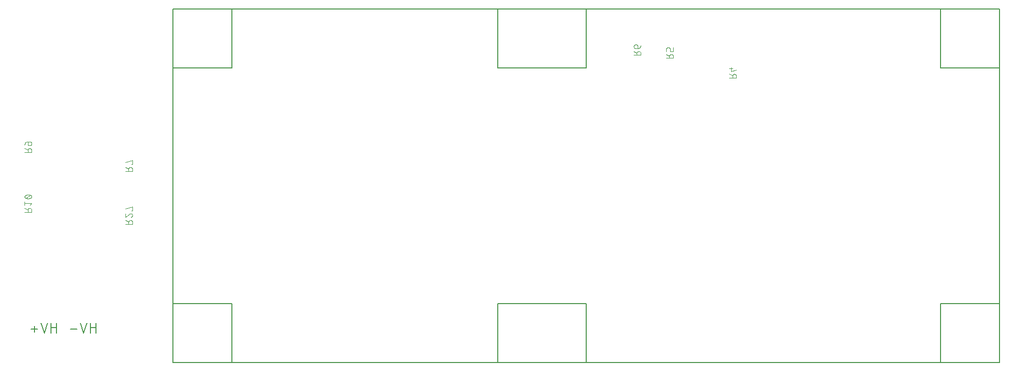
<source format=gbl>
G04 EAGLE Gerber RS-274X export*
G75*
%MOMM*%
%FSLAX34Y34*%
%LPD*%
%INSilkscreen Bottom*%
%IPPOS*%
%AMOC8*
5,1,8,0,0,1.08239X$1,22.5*%
G01*
%ADD10C,0.152400*%
%ADD11C,0.101600*%
%ADD12C,0.127000*%


D10*
X159238Y60762D02*
X159238Y77018D01*
X159238Y69793D02*
X150207Y69793D01*
X150207Y77018D02*
X150207Y60762D01*
X138570Y60762D02*
X143989Y77018D01*
X133152Y77018D02*
X138570Y60762D01*
X127316Y67084D02*
X116478Y67084D01*
X92545Y60762D02*
X92545Y77018D01*
X92545Y69793D02*
X83514Y69793D01*
X83514Y77018D02*
X83514Y60762D01*
X71877Y60762D02*
X77296Y77018D01*
X66458Y77018D02*
X71877Y60762D01*
X60622Y67084D02*
X49785Y67084D01*
X55204Y72502D02*
X55204Y61665D01*
D11*
X1232608Y492995D02*
X1244292Y492995D01*
X1244292Y496240D01*
X1244290Y496353D01*
X1244284Y496466D01*
X1244274Y496579D01*
X1244260Y496692D01*
X1244243Y496804D01*
X1244221Y496915D01*
X1244196Y497025D01*
X1244166Y497135D01*
X1244133Y497243D01*
X1244096Y497350D01*
X1244056Y497456D01*
X1244011Y497560D01*
X1243963Y497663D01*
X1243912Y497764D01*
X1243857Y497863D01*
X1243799Y497960D01*
X1243737Y498055D01*
X1243672Y498148D01*
X1243604Y498238D01*
X1243533Y498326D01*
X1243458Y498412D01*
X1243381Y498495D01*
X1243301Y498575D01*
X1243218Y498652D01*
X1243132Y498727D01*
X1243044Y498798D01*
X1242954Y498866D01*
X1242861Y498931D01*
X1242766Y498993D01*
X1242669Y499051D01*
X1242570Y499106D01*
X1242469Y499157D01*
X1242366Y499205D01*
X1242262Y499250D01*
X1242156Y499290D01*
X1242049Y499327D01*
X1241941Y499360D01*
X1241831Y499390D01*
X1241721Y499415D01*
X1241610Y499437D01*
X1241498Y499454D01*
X1241385Y499468D01*
X1241272Y499478D01*
X1241159Y499484D01*
X1241046Y499486D01*
X1240933Y499484D01*
X1240820Y499478D01*
X1240707Y499468D01*
X1240594Y499454D01*
X1240482Y499437D01*
X1240371Y499415D01*
X1240261Y499390D01*
X1240151Y499360D01*
X1240043Y499327D01*
X1239936Y499290D01*
X1239830Y499250D01*
X1239726Y499205D01*
X1239623Y499157D01*
X1239522Y499106D01*
X1239423Y499051D01*
X1239326Y498993D01*
X1239231Y498931D01*
X1239138Y498866D01*
X1239048Y498798D01*
X1238960Y498727D01*
X1238874Y498652D01*
X1238791Y498575D01*
X1238711Y498495D01*
X1238634Y498412D01*
X1238559Y498326D01*
X1238488Y498238D01*
X1238420Y498148D01*
X1238355Y498055D01*
X1238293Y497960D01*
X1238235Y497863D01*
X1238180Y497764D01*
X1238129Y497663D01*
X1238081Y497560D01*
X1238036Y497456D01*
X1237996Y497350D01*
X1237959Y497243D01*
X1237926Y497135D01*
X1237896Y497025D01*
X1237871Y496915D01*
X1237849Y496804D01*
X1237832Y496692D01*
X1237818Y496579D01*
X1237808Y496466D01*
X1237802Y496353D01*
X1237800Y496240D01*
X1237801Y496240D02*
X1237801Y492995D01*
X1237801Y496889D02*
X1232608Y499486D01*
X1235204Y504351D02*
X1244292Y506947D01*
X1235204Y504351D02*
X1235204Y510842D01*
X1237801Y508895D02*
X1232608Y508895D01*
X1137392Y526658D02*
X1125708Y526658D01*
X1137392Y526658D02*
X1137392Y529904D01*
X1137390Y530017D01*
X1137384Y530130D01*
X1137374Y530243D01*
X1137360Y530356D01*
X1137343Y530468D01*
X1137321Y530579D01*
X1137296Y530689D01*
X1137266Y530799D01*
X1137233Y530907D01*
X1137196Y531014D01*
X1137156Y531120D01*
X1137111Y531224D01*
X1137063Y531327D01*
X1137012Y531428D01*
X1136957Y531527D01*
X1136899Y531624D01*
X1136837Y531719D01*
X1136772Y531812D01*
X1136704Y531902D01*
X1136633Y531990D01*
X1136558Y532076D01*
X1136481Y532159D01*
X1136401Y532239D01*
X1136318Y532316D01*
X1136232Y532391D01*
X1136144Y532462D01*
X1136054Y532530D01*
X1135961Y532595D01*
X1135866Y532657D01*
X1135769Y532715D01*
X1135670Y532770D01*
X1135569Y532821D01*
X1135466Y532869D01*
X1135362Y532914D01*
X1135256Y532954D01*
X1135149Y532991D01*
X1135041Y533024D01*
X1134931Y533054D01*
X1134821Y533079D01*
X1134710Y533101D01*
X1134598Y533118D01*
X1134485Y533132D01*
X1134372Y533142D01*
X1134259Y533148D01*
X1134146Y533150D01*
X1134033Y533148D01*
X1133920Y533142D01*
X1133807Y533132D01*
X1133694Y533118D01*
X1133582Y533101D01*
X1133471Y533079D01*
X1133361Y533054D01*
X1133251Y533024D01*
X1133143Y532991D01*
X1133036Y532954D01*
X1132930Y532914D01*
X1132826Y532869D01*
X1132723Y532821D01*
X1132622Y532770D01*
X1132523Y532715D01*
X1132426Y532657D01*
X1132331Y532595D01*
X1132238Y532530D01*
X1132148Y532462D01*
X1132060Y532391D01*
X1131974Y532316D01*
X1131891Y532239D01*
X1131811Y532159D01*
X1131734Y532076D01*
X1131659Y531990D01*
X1131588Y531902D01*
X1131520Y531812D01*
X1131455Y531719D01*
X1131393Y531624D01*
X1131335Y531527D01*
X1131280Y531428D01*
X1131229Y531327D01*
X1131181Y531224D01*
X1131136Y531120D01*
X1131096Y531014D01*
X1131059Y530907D01*
X1131026Y530799D01*
X1130996Y530689D01*
X1130971Y530579D01*
X1130949Y530468D01*
X1130932Y530356D01*
X1130918Y530243D01*
X1130908Y530130D01*
X1130902Y530017D01*
X1130900Y529904D01*
X1130901Y529904D02*
X1130901Y526658D01*
X1130901Y530553D02*
X1125708Y533149D01*
X1125708Y538014D02*
X1125708Y541909D01*
X1125710Y542008D01*
X1125716Y542108D01*
X1125725Y542207D01*
X1125738Y542305D01*
X1125755Y542403D01*
X1125776Y542501D01*
X1125801Y542597D01*
X1125829Y542692D01*
X1125861Y542786D01*
X1125896Y542879D01*
X1125935Y542971D01*
X1125978Y543061D01*
X1126023Y543149D01*
X1126073Y543236D01*
X1126125Y543320D01*
X1126181Y543403D01*
X1126239Y543483D01*
X1126301Y543561D01*
X1126366Y543636D01*
X1126434Y543709D01*
X1126504Y543779D01*
X1126577Y543847D01*
X1126652Y543912D01*
X1126730Y543974D01*
X1126810Y544032D01*
X1126893Y544088D01*
X1126977Y544140D01*
X1127064Y544190D01*
X1127152Y544235D01*
X1127242Y544278D01*
X1127334Y544317D01*
X1127427Y544352D01*
X1127521Y544384D01*
X1127616Y544412D01*
X1127712Y544437D01*
X1127810Y544458D01*
X1127908Y544475D01*
X1128006Y544488D01*
X1128105Y544497D01*
X1128205Y544503D01*
X1128304Y544505D01*
X1129603Y544505D01*
X1129702Y544503D01*
X1129802Y544497D01*
X1129901Y544488D01*
X1129999Y544475D01*
X1130097Y544458D01*
X1130195Y544437D01*
X1130291Y544412D01*
X1130386Y544384D01*
X1130480Y544352D01*
X1130573Y544317D01*
X1130665Y544278D01*
X1130755Y544235D01*
X1130843Y544190D01*
X1130930Y544140D01*
X1131014Y544088D01*
X1131097Y544032D01*
X1131177Y543974D01*
X1131255Y543912D01*
X1131330Y543847D01*
X1131403Y543779D01*
X1131473Y543709D01*
X1131541Y543636D01*
X1131606Y543561D01*
X1131668Y543483D01*
X1131726Y543403D01*
X1131782Y543320D01*
X1131834Y543236D01*
X1131884Y543149D01*
X1131929Y543061D01*
X1131972Y542971D01*
X1132011Y542879D01*
X1132046Y542786D01*
X1132078Y542692D01*
X1132106Y542597D01*
X1132131Y542501D01*
X1132152Y542403D01*
X1132169Y542305D01*
X1132182Y542207D01*
X1132191Y542108D01*
X1132197Y542008D01*
X1132199Y541909D01*
X1132199Y538014D01*
X1137392Y538014D01*
X1137392Y544505D01*
X1082392Y531658D02*
X1070708Y531658D01*
X1082392Y531658D02*
X1082392Y534904D01*
X1082390Y535017D01*
X1082384Y535130D01*
X1082374Y535243D01*
X1082360Y535356D01*
X1082343Y535468D01*
X1082321Y535579D01*
X1082296Y535689D01*
X1082266Y535799D01*
X1082233Y535907D01*
X1082196Y536014D01*
X1082156Y536120D01*
X1082111Y536224D01*
X1082063Y536327D01*
X1082012Y536428D01*
X1081957Y536527D01*
X1081899Y536624D01*
X1081837Y536719D01*
X1081772Y536812D01*
X1081704Y536902D01*
X1081633Y536990D01*
X1081558Y537076D01*
X1081481Y537159D01*
X1081401Y537239D01*
X1081318Y537316D01*
X1081232Y537391D01*
X1081144Y537462D01*
X1081054Y537530D01*
X1080961Y537595D01*
X1080866Y537657D01*
X1080769Y537715D01*
X1080670Y537770D01*
X1080569Y537821D01*
X1080466Y537869D01*
X1080362Y537914D01*
X1080256Y537954D01*
X1080149Y537991D01*
X1080041Y538024D01*
X1079931Y538054D01*
X1079821Y538079D01*
X1079710Y538101D01*
X1079598Y538118D01*
X1079485Y538132D01*
X1079372Y538142D01*
X1079259Y538148D01*
X1079146Y538150D01*
X1079033Y538148D01*
X1078920Y538142D01*
X1078807Y538132D01*
X1078694Y538118D01*
X1078582Y538101D01*
X1078471Y538079D01*
X1078361Y538054D01*
X1078251Y538024D01*
X1078143Y537991D01*
X1078036Y537954D01*
X1077930Y537914D01*
X1077826Y537869D01*
X1077723Y537821D01*
X1077622Y537770D01*
X1077523Y537715D01*
X1077426Y537657D01*
X1077331Y537595D01*
X1077238Y537530D01*
X1077148Y537462D01*
X1077060Y537391D01*
X1076974Y537316D01*
X1076891Y537239D01*
X1076811Y537159D01*
X1076734Y537076D01*
X1076659Y536990D01*
X1076588Y536902D01*
X1076520Y536812D01*
X1076455Y536719D01*
X1076393Y536624D01*
X1076335Y536527D01*
X1076280Y536428D01*
X1076229Y536327D01*
X1076181Y536224D01*
X1076136Y536120D01*
X1076096Y536014D01*
X1076059Y535907D01*
X1076026Y535799D01*
X1075996Y535689D01*
X1075971Y535579D01*
X1075949Y535468D01*
X1075932Y535356D01*
X1075918Y535243D01*
X1075908Y535130D01*
X1075902Y535017D01*
X1075900Y534904D01*
X1075901Y534904D02*
X1075901Y531658D01*
X1075901Y535553D02*
X1070708Y538149D01*
X1077199Y543014D02*
X1077199Y546909D01*
X1077197Y547008D01*
X1077191Y547108D01*
X1077182Y547207D01*
X1077169Y547305D01*
X1077152Y547403D01*
X1077131Y547501D01*
X1077106Y547597D01*
X1077078Y547692D01*
X1077046Y547786D01*
X1077011Y547879D01*
X1076972Y547971D01*
X1076929Y548061D01*
X1076884Y548149D01*
X1076834Y548236D01*
X1076782Y548320D01*
X1076726Y548403D01*
X1076668Y548483D01*
X1076606Y548561D01*
X1076541Y548636D01*
X1076473Y548709D01*
X1076403Y548779D01*
X1076330Y548847D01*
X1076255Y548912D01*
X1076177Y548974D01*
X1076097Y549032D01*
X1076014Y549088D01*
X1075930Y549140D01*
X1075843Y549190D01*
X1075755Y549235D01*
X1075665Y549278D01*
X1075573Y549317D01*
X1075480Y549352D01*
X1075386Y549384D01*
X1075291Y549412D01*
X1075195Y549437D01*
X1075097Y549458D01*
X1074999Y549475D01*
X1074901Y549488D01*
X1074802Y549497D01*
X1074702Y549503D01*
X1074603Y549505D01*
X1073954Y549505D01*
X1073954Y549506D02*
X1073841Y549504D01*
X1073728Y549498D01*
X1073615Y549488D01*
X1073502Y549474D01*
X1073390Y549457D01*
X1073279Y549435D01*
X1073169Y549410D01*
X1073059Y549380D01*
X1072951Y549347D01*
X1072844Y549310D01*
X1072738Y549270D01*
X1072634Y549225D01*
X1072531Y549177D01*
X1072430Y549126D01*
X1072331Y549071D01*
X1072234Y549013D01*
X1072139Y548951D01*
X1072046Y548886D01*
X1071956Y548818D01*
X1071868Y548747D01*
X1071782Y548672D01*
X1071699Y548595D01*
X1071619Y548515D01*
X1071542Y548432D01*
X1071467Y548346D01*
X1071396Y548258D01*
X1071328Y548168D01*
X1071263Y548075D01*
X1071201Y547980D01*
X1071143Y547883D01*
X1071088Y547784D01*
X1071037Y547683D01*
X1070989Y547580D01*
X1070944Y547476D01*
X1070904Y547370D01*
X1070867Y547263D01*
X1070834Y547155D01*
X1070804Y547045D01*
X1070779Y546935D01*
X1070757Y546824D01*
X1070740Y546712D01*
X1070726Y546599D01*
X1070716Y546486D01*
X1070710Y546373D01*
X1070708Y546260D01*
X1070710Y546147D01*
X1070716Y546034D01*
X1070726Y545921D01*
X1070740Y545808D01*
X1070757Y545696D01*
X1070779Y545585D01*
X1070804Y545475D01*
X1070834Y545365D01*
X1070867Y545257D01*
X1070904Y545150D01*
X1070944Y545044D01*
X1070989Y544940D01*
X1071037Y544837D01*
X1071088Y544736D01*
X1071143Y544637D01*
X1071201Y544540D01*
X1071263Y544445D01*
X1071328Y544352D01*
X1071396Y544262D01*
X1071467Y544174D01*
X1071542Y544088D01*
X1071619Y544005D01*
X1071699Y543925D01*
X1071782Y543848D01*
X1071868Y543773D01*
X1071956Y543702D01*
X1072046Y543634D01*
X1072139Y543569D01*
X1072234Y543507D01*
X1072331Y543449D01*
X1072430Y543394D01*
X1072531Y543343D01*
X1072634Y543295D01*
X1072738Y543250D01*
X1072844Y543210D01*
X1072951Y543173D01*
X1073059Y543140D01*
X1073169Y543110D01*
X1073279Y543085D01*
X1073390Y543063D01*
X1073502Y543046D01*
X1073615Y543032D01*
X1073728Y543022D01*
X1073841Y543016D01*
X1073954Y543014D01*
X1077199Y543014D01*
X1077342Y543016D01*
X1077485Y543022D01*
X1077628Y543032D01*
X1077770Y543046D01*
X1077912Y543063D01*
X1078054Y543085D01*
X1078195Y543110D01*
X1078335Y543140D01*
X1078474Y543173D01*
X1078612Y543210D01*
X1078749Y543251D01*
X1078885Y543295D01*
X1079020Y543344D01*
X1079153Y543396D01*
X1079285Y543451D01*
X1079415Y543511D01*
X1079544Y543574D01*
X1079671Y543640D01*
X1079795Y543710D01*
X1079918Y543783D01*
X1080039Y543860D01*
X1080158Y543940D01*
X1080274Y544023D01*
X1080389Y544109D01*
X1080500Y544198D01*
X1080610Y544291D01*
X1080716Y544386D01*
X1080820Y544485D01*
X1080921Y544586D01*
X1081020Y544690D01*
X1081115Y544796D01*
X1081208Y544906D01*
X1081297Y545017D01*
X1081383Y545132D01*
X1081466Y545248D01*
X1081546Y545367D01*
X1081623Y545488D01*
X1081696Y545610D01*
X1081766Y545735D01*
X1081832Y545862D01*
X1081895Y545991D01*
X1081955Y546121D01*
X1082010Y546253D01*
X1082062Y546386D01*
X1082111Y546521D01*
X1082155Y546657D01*
X1082196Y546794D01*
X1082233Y546932D01*
X1082266Y547071D01*
X1082296Y547211D01*
X1082321Y547352D01*
X1082343Y547494D01*
X1082360Y547636D01*
X1082374Y547778D01*
X1082384Y547921D01*
X1082390Y548064D01*
X1082392Y548207D01*
D12*
X1690000Y110000D02*
X1690000Y10000D01*
X1690000Y110000D02*
X1690000Y510000D01*
X1690000Y610000D01*
X1590000Y610000D01*
X990000Y610000D01*
X840000Y610000D01*
X390000Y610000D01*
X290000Y610000D01*
X290000Y510000D01*
X290000Y110000D01*
X290000Y10000D01*
X390000Y10000D01*
X840000Y10000D01*
X990000Y10000D01*
X1590000Y10000D01*
X1690000Y10000D01*
X1690000Y110000D02*
X1590000Y110000D01*
X1590000Y10000D01*
X1590000Y510000D02*
X1690000Y510000D01*
X1590000Y510000D02*
X1590000Y610000D01*
X990000Y610000D02*
X990000Y510000D01*
X840000Y510000D01*
X840000Y610000D01*
X990000Y110000D02*
X990000Y10000D01*
X990000Y110000D02*
X840000Y110000D01*
X840000Y10000D01*
X390000Y10000D02*
X390000Y110000D01*
X290000Y110000D01*
X390000Y510000D02*
X390000Y610000D01*
X390000Y510000D02*
X290000Y510000D01*
D11*
X221242Y245108D02*
X209558Y245108D01*
X221242Y245108D02*
X221242Y248354D01*
X221240Y248467D01*
X221234Y248580D01*
X221224Y248693D01*
X221210Y248806D01*
X221193Y248918D01*
X221171Y249029D01*
X221146Y249139D01*
X221116Y249249D01*
X221083Y249357D01*
X221046Y249464D01*
X221006Y249570D01*
X220961Y249674D01*
X220913Y249777D01*
X220862Y249878D01*
X220807Y249977D01*
X220749Y250074D01*
X220687Y250169D01*
X220622Y250262D01*
X220554Y250352D01*
X220483Y250440D01*
X220408Y250526D01*
X220331Y250609D01*
X220251Y250689D01*
X220168Y250766D01*
X220082Y250841D01*
X219994Y250912D01*
X219904Y250980D01*
X219811Y251045D01*
X219716Y251107D01*
X219619Y251165D01*
X219520Y251220D01*
X219419Y251271D01*
X219316Y251319D01*
X219212Y251364D01*
X219106Y251404D01*
X218999Y251441D01*
X218891Y251474D01*
X218781Y251504D01*
X218671Y251529D01*
X218560Y251551D01*
X218448Y251568D01*
X218335Y251582D01*
X218222Y251592D01*
X218109Y251598D01*
X217996Y251600D01*
X217883Y251598D01*
X217770Y251592D01*
X217657Y251582D01*
X217544Y251568D01*
X217432Y251551D01*
X217321Y251529D01*
X217211Y251504D01*
X217101Y251474D01*
X216993Y251441D01*
X216886Y251404D01*
X216780Y251364D01*
X216676Y251319D01*
X216573Y251271D01*
X216472Y251220D01*
X216373Y251165D01*
X216276Y251107D01*
X216181Y251045D01*
X216088Y250980D01*
X215998Y250912D01*
X215910Y250841D01*
X215824Y250766D01*
X215741Y250689D01*
X215661Y250609D01*
X215584Y250526D01*
X215509Y250440D01*
X215438Y250352D01*
X215370Y250262D01*
X215305Y250169D01*
X215243Y250074D01*
X215185Y249977D01*
X215130Y249878D01*
X215079Y249777D01*
X215031Y249674D01*
X214986Y249570D01*
X214946Y249464D01*
X214909Y249357D01*
X214876Y249249D01*
X214846Y249139D01*
X214821Y249029D01*
X214799Y248918D01*
X214782Y248806D01*
X214768Y248693D01*
X214758Y248580D01*
X214752Y248467D01*
X214750Y248354D01*
X214751Y248354D02*
X214751Y245108D01*
X214751Y249003D02*
X209558Y251599D01*
X218321Y262955D02*
X218428Y262953D01*
X218534Y262947D01*
X218640Y262937D01*
X218746Y262924D01*
X218852Y262906D01*
X218956Y262885D01*
X219060Y262860D01*
X219163Y262831D01*
X219264Y262799D01*
X219364Y262762D01*
X219463Y262722D01*
X219561Y262679D01*
X219657Y262632D01*
X219751Y262581D01*
X219843Y262527D01*
X219933Y262470D01*
X220021Y262410D01*
X220106Y262346D01*
X220189Y262279D01*
X220270Y262209D01*
X220348Y262137D01*
X220424Y262061D01*
X220496Y261983D01*
X220566Y261902D01*
X220633Y261819D01*
X220697Y261734D01*
X220757Y261646D01*
X220814Y261556D01*
X220868Y261464D01*
X220919Y261370D01*
X220966Y261274D01*
X221009Y261176D01*
X221049Y261077D01*
X221086Y260977D01*
X221118Y260876D01*
X221147Y260773D01*
X221172Y260669D01*
X221193Y260565D01*
X221211Y260459D01*
X221224Y260353D01*
X221234Y260247D01*
X221240Y260141D01*
X221242Y260034D01*
X221240Y259913D01*
X221234Y259792D01*
X221224Y259672D01*
X221211Y259551D01*
X221193Y259432D01*
X221172Y259312D01*
X221147Y259194D01*
X221118Y259077D01*
X221085Y258960D01*
X221049Y258845D01*
X221008Y258731D01*
X220965Y258618D01*
X220917Y258506D01*
X220866Y258397D01*
X220811Y258289D01*
X220753Y258182D01*
X220692Y258078D01*
X220627Y257976D01*
X220559Y257876D01*
X220488Y257778D01*
X220414Y257682D01*
X220337Y257589D01*
X220256Y257499D01*
X220173Y257411D01*
X220087Y257326D01*
X219998Y257243D01*
X219907Y257164D01*
X219813Y257087D01*
X219717Y257014D01*
X219619Y256944D01*
X219518Y256877D01*
X219415Y256813D01*
X219310Y256753D01*
X219203Y256696D01*
X219095Y256642D01*
X218985Y256592D01*
X218873Y256546D01*
X218760Y256503D01*
X218645Y256464D01*
X216049Y261982D02*
X216126Y262061D01*
X216207Y262137D01*
X216290Y262210D01*
X216375Y262280D01*
X216463Y262347D01*
X216553Y262411D01*
X216645Y262471D01*
X216740Y262528D01*
X216836Y262582D01*
X216934Y262633D01*
X217034Y262680D01*
X217136Y262724D01*
X217239Y262764D01*
X217343Y262800D01*
X217449Y262832D01*
X217555Y262861D01*
X217663Y262886D01*
X217771Y262908D01*
X217881Y262925D01*
X217990Y262939D01*
X218100Y262948D01*
X218211Y262954D01*
X218321Y262956D01*
X216049Y261982D02*
X209558Y256464D01*
X209558Y262955D01*
X219944Y267894D02*
X221242Y267894D01*
X221242Y274385D01*
X209558Y271140D01*
X209558Y335108D02*
X221242Y335108D01*
X221242Y338354D01*
X221240Y338467D01*
X221234Y338580D01*
X221224Y338693D01*
X221210Y338806D01*
X221193Y338918D01*
X221171Y339029D01*
X221146Y339139D01*
X221116Y339249D01*
X221083Y339357D01*
X221046Y339464D01*
X221006Y339570D01*
X220961Y339674D01*
X220913Y339777D01*
X220862Y339878D01*
X220807Y339977D01*
X220749Y340074D01*
X220687Y340169D01*
X220622Y340262D01*
X220554Y340352D01*
X220483Y340440D01*
X220408Y340526D01*
X220331Y340609D01*
X220251Y340689D01*
X220168Y340766D01*
X220082Y340841D01*
X219994Y340912D01*
X219904Y340980D01*
X219811Y341045D01*
X219716Y341107D01*
X219619Y341165D01*
X219520Y341220D01*
X219419Y341271D01*
X219316Y341319D01*
X219212Y341364D01*
X219106Y341404D01*
X218999Y341441D01*
X218891Y341474D01*
X218781Y341504D01*
X218671Y341529D01*
X218560Y341551D01*
X218448Y341568D01*
X218335Y341582D01*
X218222Y341592D01*
X218109Y341598D01*
X217996Y341600D01*
X217883Y341598D01*
X217770Y341592D01*
X217657Y341582D01*
X217544Y341568D01*
X217432Y341551D01*
X217321Y341529D01*
X217211Y341504D01*
X217101Y341474D01*
X216993Y341441D01*
X216886Y341404D01*
X216780Y341364D01*
X216676Y341319D01*
X216573Y341271D01*
X216472Y341220D01*
X216373Y341165D01*
X216276Y341107D01*
X216181Y341045D01*
X216088Y340980D01*
X215998Y340912D01*
X215910Y340841D01*
X215824Y340766D01*
X215741Y340689D01*
X215661Y340609D01*
X215584Y340526D01*
X215509Y340440D01*
X215438Y340352D01*
X215370Y340262D01*
X215305Y340169D01*
X215243Y340074D01*
X215185Y339977D01*
X215130Y339878D01*
X215079Y339777D01*
X215031Y339674D01*
X214986Y339570D01*
X214946Y339464D01*
X214909Y339357D01*
X214876Y339249D01*
X214846Y339139D01*
X214821Y339029D01*
X214799Y338918D01*
X214782Y338806D01*
X214768Y338693D01*
X214758Y338580D01*
X214752Y338467D01*
X214750Y338354D01*
X214751Y338354D02*
X214751Y335108D01*
X214751Y339003D02*
X209558Y341599D01*
X219944Y346464D02*
X221242Y346464D01*
X221242Y352955D01*
X209558Y349710D01*
X50442Y367045D02*
X38758Y367045D01*
X50442Y367045D02*
X50442Y370290D01*
X50440Y370403D01*
X50434Y370516D01*
X50424Y370629D01*
X50410Y370742D01*
X50393Y370854D01*
X50371Y370965D01*
X50346Y371075D01*
X50316Y371185D01*
X50283Y371293D01*
X50246Y371400D01*
X50206Y371506D01*
X50161Y371610D01*
X50113Y371713D01*
X50062Y371814D01*
X50007Y371913D01*
X49949Y372010D01*
X49887Y372105D01*
X49822Y372198D01*
X49754Y372288D01*
X49683Y372376D01*
X49608Y372462D01*
X49531Y372545D01*
X49451Y372625D01*
X49368Y372702D01*
X49282Y372777D01*
X49194Y372848D01*
X49104Y372916D01*
X49011Y372981D01*
X48916Y373043D01*
X48819Y373101D01*
X48720Y373156D01*
X48619Y373207D01*
X48516Y373255D01*
X48412Y373300D01*
X48306Y373340D01*
X48199Y373377D01*
X48091Y373410D01*
X47981Y373440D01*
X47871Y373465D01*
X47760Y373487D01*
X47648Y373504D01*
X47535Y373518D01*
X47422Y373528D01*
X47309Y373534D01*
X47196Y373536D01*
X47083Y373534D01*
X46970Y373528D01*
X46857Y373518D01*
X46744Y373504D01*
X46632Y373487D01*
X46521Y373465D01*
X46411Y373440D01*
X46301Y373410D01*
X46193Y373377D01*
X46086Y373340D01*
X45980Y373300D01*
X45876Y373255D01*
X45773Y373207D01*
X45672Y373156D01*
X45573Y373101D01*
X45476Y373043D01*
X45381Y372981D01*
X45288Y372916D01*
X45198Y372848D01*
X45110Y372777D01*
X45024Y372702D01*
X44941Y372625D01*
X44861Y372545D01*
X44784Y372462D01*
X44709Y372376D01*
X44638Y372288D01*
X44570Y372198D01*
X44505Y372105D01*
X44443Y372010D01*
X44385Y371913D01*
X44330Y371814D01*
X44279Y371713D01*
X44231Y371610D01*
X44186Y371506D01*
X44146Y371400D01*
X44109Y371293D01*
X44076Y371185D01*
X44046Y371075D01*
X44021Y370965D01*
X43999Y370854D01*
X43982Y370742D01*
X43968Y370629D01*
X43958Y370516D01*
X43952Y370403D01*
X43950Y370290D01*
X43951Y370290D02*
X43951Y367045D01*
X43951Y370939D02*
X38758Y373536D01*
X43951Y380997D02*
X43951Y384892D01*
X43951Y380997D02*
X43953Y380898D01*
X43959Y380798D01*
X43968Y380699D01*
X43981Y380601D01*
X43998Y380503D01*
X44019Y380405D01*
X44044Y380309D01*
X44072Y380214D01*
X44104Y380120D01*
X44139Y380027D01*
X44178Y379935D01*
X44221Y379845D01*
X44266Y379757D01*
X44316Y379670D01*
X44368Y379586D01*
X44424Y379503D01*
X44482Y379423D01*
X44544Y379345D01*
X44609Y379270D01*
X44677Y379197D01*
X44747Y379127D01*
X44820Y379059D01*
X44895Y378994D01*
X44973Y378932D01*
X45053Y378874D01*
X45136Y378818D01*
X45220Y378766D01*
X45307Y378716D01*
X45395Y378671D01*
X45485Y378628D01*
X45577Y378589D01*
X45670Y378554D01*
X45764Y378522D01*
X45859Y378494D01*
X45955Y378469D01*
X46053Y378448D01*
X46151Y378431D01*
X46249Y378418D01*
X46348Y378409D01*
X46448Y378403D01*
X46547Y378401D01*
X47196Y378401D01*
X47196Y378400D02*
X47309Y378402D01*
X47422Y378408D01*
X47535Y378418D01*
X47648Y378432D01*
X47760Y378449D01*
X47871Y378471D01*
X47981Y378496D01*
X48091Y378526D01*
X48199Y378559D01*
X48306Y378596D01*
X48412Y378636D01*
X48516Y378681D01*
X48619Y378729D01*
X48720Y378780D01*
X48819Y378835D01*
X48916Y378893D01*
X49011Y378955D01*
X49104Y379020D01*
X49194Y379088D01*
X49282Y379159D01*
X49368Y379234D01*
X49451Y379311D01*
X49531Y379391D01*
X49608Y379474D01*
X49683Y379560D01*
X49754Y379648D01*
X49822Y379738D01*
X49887Y379831D01*
X49949Y379926D01*
X50007Y380023D01*
X50062Y380122D01*
X50113Y380223D01*
X50161Y380326D01*
X50206Y380430D01*
X50246Y380536D01*
X50283Y380643D01*
X50316Y380751D01*
X50346Y380861D01*
X50371Y380971D01*
X50393Y381082D01*
X50410Y381194D01*
X50424Y381307D01*
X50434Y381420D01*
X50440Y381533D01*
X50442Y381646D01*
X50440Y381759D01*
X50434Y381872D01*
X50424Y381985D01*
X50410Y382098D01*
X50393Y382210D01*
X50371Y382321D01*
X50346Y382431D01*
X50316Y382541D01*
X50283Y382649D01*
X50246Y382756D01*
X50206Y382862D01*
X50161Y382966D01*
X50113Y383069D01*
X50062Y383170D01*
X50007Y383269D01*
X49949Y383366D01*
X49887Y383461D01*
X49822Y383554D01*
X49754Y383644D01*
X49683Y383732D01*
X49608Y383818D01*
X49531Y383901D01*
X49451Y383981D01*
X49368Y384058D01*
X49282Y384133D01*
X49194Y384204D01*
X49104Y384272D01*
X49011Y384337D01*
X48916Y384399D01*
X48819Y384457D01*
X48720Y384512D01*
X48619Y384563D01*
X48516Y384611D01*
X48412Y384656D01*
X48306Y384696D01*
X48199Y384733D01*
X48091Y384766D01*
X47981Y384796D01*
X47871Y384821D01*
X47760Y384843D01*
X47648Y384860D01*
X47535Y384874D01*
X47422Y384884D01*
X47309Y384890D01*
X47196Y384892D01*
X43951Y384892D01*
X43808Y384890D01*
X43665Y384884D01*
X43522Y384874D01*
X43380Y384860D01*
X43238Y384843D01*
X43096Y384821D01*
X42955Y384796D01*
X42815Y384766D01*
X42676Y384733D01*
X42538Y384696D01*
X42401Y384655D01*
X42265Y384611D01*
X42130Y384562D01*
X41997Y384510D01*
X41865Y384455D01*
X41735Y384395D01*
X41606Y384332D01*
X41479Y384266D01*
X41355Y384196D01*
X41232Y384123D01*
X41111Y384046D01*
X40992Y383966D01*
X40876Y383883D01*
X40761Y383797D01*
X40650Y383708D01*
X40540Y383615D01*
X40434Y383520D01*
X40330Y383421D01*
X40229Y383320D01*
X40130Y383216D01*
X40035Y383110D01*
X39942Y383000D01*
X39853Y382889D01*
X39767Y382774D01*
X39684Y382658D01*
X39604Y382539D01*
X39527Y382418D01*
X39454Y382296D01*
X39384Y382171D01*
X39318Y382044D01*
X39255Y381915D01*
X39195Y381785D01*
X39140Y381653D01*
X39088Y381520D01*
X39039Y381385D01*
X38995Y381249D01*
X38954Y381112D01*
X38917Y380974D01*
X38884Y380835D01*
X38854Y380695D01*
X38829Y380554D01*
X38807Y380412D01*
X38790Y380270D01*
X38776Y380128D01*
X38766Y379985D01*
X38760Y379842D01*
X38758Y379699D01*
X38758Y265615D02*
X50442Y265615D01*
X50442Y268860D01*
X50440Y268973D01*
X50434Y269086D01*
X50424Y269199D01*
X50410Y269312D01*
X50393Y269424D01*
X50371Y269535D01*
X50346Y269645D01*
X50316Y269755D01*
X50283Y269863D01*
X50246Y269970D01*
X50206Y270076D01*
X50161Y270180D01*
X50113Y270283D01*
X50062Y270384D01*
X50007Y270483D01*
X49949Y270580D01*
X49887Y270675D01*
X49822Y270768D01*
X49754Y270858D01*
X49683Y270946D01*
X49608Y271032D01*
X49531Y271115D01*
X49451Y271195D01*
X49368Y271272D01*
X49282Y271347D01*
X49194Y271418D01*
X49104Y271486D01*
X49011Y271551D01*
X48916Y271613D01*
X48819Y271671D01*
X48720Y271726D01*
X48619Y271777D01*
X48516Y271825D01*
X48412Y271870D01*
X48306Y271910D01*
X48199Y271947D01*
X48091Y271980D01*
X47981Y272010D01*
X47871Y272035D01*
X47760Y272057D01*
X47648Y272074D01*
X47535Y272088D01*
X47422Y272098D01*
X47309Y272104D01*
X47196Y272106D01*
X47083Y272104D01*
X46970Y272098D01*
X46857Y272088D01*
X46744Y272074D01*
X46632Y272057D01*
X46521Y272035D01*
X46411Y272010D01*
X46301Y271980D01*
X46193Y271947D01*
X46086Y271910D01*
X45980Y271870D01*
X45876Y271825D01*
X45773Y271777D01*
X45672Y271726D01*
X45573Y271671D01*
X45476Y271613D01*
X45381Y271551D01*
X45288Y271486D01*
X45198Y271418D01*
X45110Y271347D01*
X45024Y271272D01*
X44941Y271195D01*
X44861Y271115D01*
X44784Y271032D01*
X44709Y270946D01*
X44638Y270858D01*
X44570Y270768D01*
X44505Y270675D01*
X44443Y270580D01*
X44385Y270483D01*
X44330Y270384D01*
X44279Y270283D01*
X44231Y270180D01*
X44186Y270076D01*
X44146Y269970D01*
X44109Y269863D01*
X44076Y269755D01*
X44046Y269645D01*
X44021Y269535D01*
X43999Y269424D01*
X43982Y269312D01*
X43968Y269199D01*
X43958Y269086D01*
X43952Y268973D01*
X43950Y268860D01*
X43951Y268860D02*
X43951Y265615D01*
X43951Y269509D02*
X38758Y272106D01*
X47846Y276971D02*
X50442Y280216D01*
X38758Y280216D01*
X38758Y276971D02*
X38758Y283462D01*
X44600Y288401D02*
X44830Y288404D01*
X45060Y288412D01*
X45289Y288426D01*
X45518Y288445D01*
X45747Y288470D01*
X45974Y288500D01*
X46202Y288535D01*
X46428Y288576D01*
X46653Y288622D01*
X46877Y288674D01*
X47099Y288731D01*
X47321Y288793D01*
X47540Y288861D01*
X47758Y288934D01*
X47975Y289012D01*
X48189Y289095D01*
X48401Y289183D01*
X48611Y289276D01*
X48819Y289375D01*
X48819Y289374D02*
X48909Y289407D01*
X48998Y289443D01*
X49086Y289483D01*
X49171Y289527D01*
X49255Y289574D01*
X49337Y289624D01*
X49417Y289678D01*
X49494Y289734D01*
X49570Y289794D01*
X49643Y289857D01*
X49713Y289922D01*
X49781Y289991D01*
X49845Y290062D01*
X49907Y290135D01*
X49966Y290211D01*
X50022Y290289D01*
X50075Y290370D01*
X50124Y290452D01*
X50170Y290536D01*
X50213Y290623D01*
X50252Y290710D01*
X50288Y290800D01*
X50320Y290890D01*
X50348Y290982D01*
X50373Y291075D01*
X50394Y291169D01*
X50411Y291263D01*
X50425Y291358D01*
X50434Y291454D01*
X50440Y291550D01*
X50442Y291646D01*
X50440Y291742D01*
X50434Y291838D01*
X50425Y291934D01*
X50411Y292029D01*
X50394Y292123D01*
X50373Y292217D01*
X50348Y292310D01*
X50320Y292402D01*
X50288Y292492D01*
X50252Y292582D01*
X50213Y292669D01*
X50170Y292756D01*
X50124Y292840D01*
X50075Y292922D01*
X50022Y293003D01*
X49966Y293081D01*
X49907Y293157D01*
X49845Y293230D01*
X49781Y293301D01*
X49713Y293370D01*
X49643Y293435D01*
X49570Y293498D01*
X49494Y293558D01*
X49417Y293614D01*
X49337Y293668D01*
X49255Y293718D01*
X49171Y293765D01*
X49086Y293809D01*
X48998Y293849D01*
X48909Y293885D01*
X48819Y293918D01*
X48819Y293919D02*
X48612Y294018D01*
X48402Y294111D01*
X48189Y294199D01*
X47975Y294282D01*
X47759Y294360D01*
X47541Y294433D01*
X47321Y294501D01*
X47100Y294563D01*
X46877Y294620D01*
X46653Y294672D01*
X46428Y294718D01*
X46202Y294759D01*
X45975Y294794D01*
X45747Y294824D01*
X45518Y294849D01*
X45289Y294868D01*
X45060Y294882D01*
X44830Y294890D01*
X44600Y294893D01*
X44600Y288401D02*
X44370Y288404D01*
X44140Y288412D01*
X43911Y288426D01*
X43682Y288445D01*
X43453Y288470D01*
X43225Y288500D01*
X42998Y288535D01*
X42772Y288576D01*
X42547Y288622D01*
X42323Y288674D01*
X42100Y288731D01*
X41879Y288793D01*
X41659Y288861D01*
X41441Y288934D01*
X41225Y289012D01*
X41011Y289095D01*
X40799Y289183D01*
X40588Y289276D01*
X40381Y289375D01*
X40381Y289374D02*
X40291Y289407D01*
X40202Y289443D01*
X40114Y289484D01*
X40029Y289527D01*
X39945Y289574D01*
X39863Y289624D01*
X39783Y289678D01*
X39706Y289734D01*
X39630Y289794D01*
X39557Y289857D01*
X39487Y289922D01*
X39419Y289991D01*
X39355Y290062D01*
X39293Y290135D01*
X39234Y290211D01*
X39178Y290289D01*
X39125Y290370D01*
X39076Y290452D01*
X39030Y290536D01*
X38987Y290623D01*
X38948Y290710D01*
X38912Y290800D01*
X38880Y290890D01*
X38852Y290982D01*
X38827Y291075D01*
X38806Y291169D01*
X38789Y291263D01*
X38775Y291358D01*
X38766Y291454D01*
X38760Y291550D01*
X38758Y291646D01*
X40381Y293918D02*
X40588Y294017D01*
X40799Y294110D01*
X41011Y294198D01*
X41225Y294281D01*
X41441Y294359D01*
X41659Y294432D01*
X41879Y294500D01*
X42100Y294562D01*
X42323Y294619D01*
X42547Y294671D01*
X42772Y294717D01*
X42998Y294758D01*
X43225Y294793D01*
X43453Y294823D01*
X43682Y294848D01*
X43911Y294867D01*
X44140Y294881D01*
X44370Y294889D01*
X44600Y294892D01*
X40381Y293918D02*
X40291Y293885D01*
X40202Y293849D01*
X40114Y293809D01*
X40029Y293765D01*
X39945Y293718D01*
X39863Y293668D01*
X39783Y293614D01*
X39706Y293558D01*
X39630Y293498D01*
X39557Y293435D01*
X39487Y293370D01*
X39419Y293301D01*
X39355Y293230D01*
X39293Y293157D01*
X39234Y293081D01*
X39178Y293003D01*
X39125Y292922D01*
X39076Y292840D01*
X39030Y292756D01*
X38987Y292669D01*
X38948Y292582D01*
X38912Y292492D01*
X38880Y292402D01*
X38852Y292310D01*
X38827Y292217D01*
X38806Y292123D01*
X38789Y292029D01*
X38775Y291934D01*
X38766Y291838D01*
X38760Y291742D01*
X38758Y291646D01*
X41354Y289050D02*
X47846Y294243D01*
M02*

</source>
